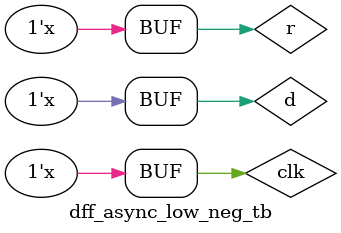
<source format=v>
module dff_async_low_neg_tb;

    wire q, q_bar;
    reg d, r, clk;

    initial 
        begin
            d =0;
            r =0;
            clk = 0;
        end

    always 
        #3 d = ~d;
    always
        #7 r = ~r;
    always
        #11 clk = ~clk;

    dff_async_low_neg df(q,q_bar,d,r,clk);

endmodule
        

</source>
